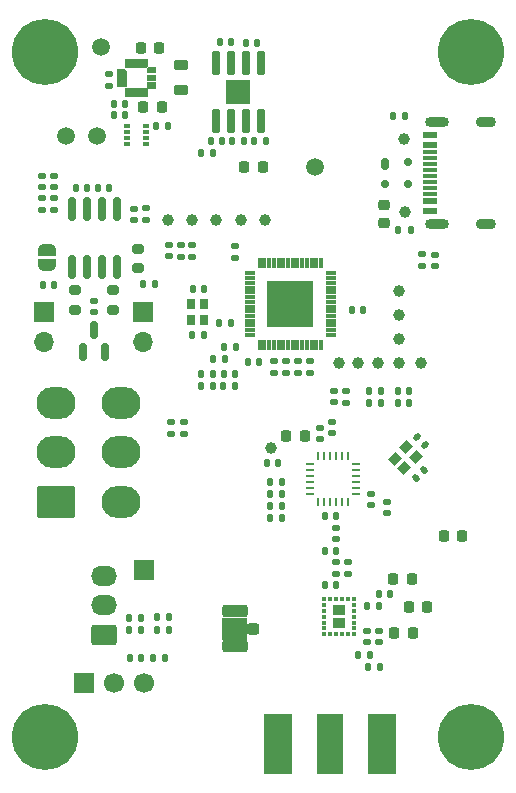
<source format=gbr>
%TF.GenerationSoftware,KiCad,Pcbnew,9.0.1*%
%TF.CreationDate,2025-04-25T18:34:11+03:00*%
%TF.ProjectId,Ricardo-Hermes,52696361-7264-46f2-9d48-65726d65732e,rev?*%
%TF.SameCoordinates,Original*%
%TF.FileFunction,Soldermask,Top*%
%TF.FilePolarity,Negative*%
%FSLAX46Y46*%
G04 Gerber Fmt 4.6, Leading zero omitted, Abs format (unit mm)*
G04 Created by KiCad (PCBNEW 9.0.1) date 2025-04-25 18:34:11*
%MOMM*%
%LPD*%
G01*
G04 APERTURE LIST*
G04 Aperture macros list*
%AMRoundRect*
0 Rectangle with rounded corners*
0 $1 Rounding radius*
0 $2 $3 $4 $5 $6 $7 $8 $9 X,Y pos of 4 corners*
0 Add a 4 corners polygon primitive as box body*
4,1,4,$2,$3,$4,$5,$6,$7,$8,$9,$2,$3,0*
0 Add four circle primitives for the rounded corners*
1,1,$1+$1,$2,$3*
1,1,$1+$1,$4,$5*
1,1,$1+$1,$6,$7*
1,1,$1+$1,$8,$9*
0 Add four rect primitives between the rounded corners*
20,1,$1+$1,$2,$3,$4,$5,0*
20,1,$1+$1,$4,$5,$6,$7,0*
20,1,$1+$1,$6,$7,$8,$9,0*
20,1,$1+$1,$8,$9,$2,$3,0*%
%AMRotRect*
0 Rectangle, with rotation*
0 The origin of the aperture is its center*
0 $1 length*
0 $2 width*
0 $3 Rotation angle, in degrees counterclockwise*
0 Add horizontal line*
21,1,$1,$2,0,0,$3*%
%AMFreePoly0*
4,1,23,0.500000,-0.750000,0.000000,-0.750000,0.000000,-0.745722,-0.065263,-0.745722,-0.191342,-0.711940,-0.304381,-0.646677,-0.396677,-0.554381,-0.461940,-0.441342,-0.495722,-0.315263,-0.495722,-0.250000,-0.500000,-0.250000,-0.500000,0.250000,-0.495722,0.250000,-0.495722,0.315263,-0.461940,0.441342,-0.396677,0.554381,-0.304381,0.646677,-0.191342,0.711940,-0.065263,0.745722,0.000000,0.745722,
0.000000,0.750000,0.500000,0.750000,0.500000,-0.750000,0.500000,-0.750000,$1*%
%AMFreePoly1*
4,1,23,0.000000,0.745722,0.065263,0.745722,0.191342,0.711940,0.304381,0.646677,0.396677,0.554381,0.461940,0.441342,0.495722,0.315263,0.495722,0.250000,0.500000,0.250000,0.500000,-0.250000,0.495722,-0.250000,0.495722,-0.315263,0.461940,-0.441342,0.396677,-0.554381,0.304381,-0.646677,0.191342,-0.711940,0.065263,-0.745722,0.000000,-0.745722,0.000000,-0.750000,-0.500000,-0.750000,
-0.500000,0.750000,0.000000,0.750000,0.000000,0.745722,0.000000,0.745722,$1*%
G04 Aperture macros list end*
%ADD10C,0.010000*%
%ADD11RoundRect,0.135000X0.185000X-0.135000X0.185000X0.135000X-0.185000X0.135000X-0.185000X-0.135000X0*%
%ADD12RoundRect,0.135000X-0.185000X0.135000X-0.185000X-0.135000X0.185000X-0.135000X0.185000X0.135000X0*%
%ADD13C,1.000000*%
%ADD14RoundRect,0.135000X-0.135000X-0.185000X0.135000X-0.185000X0.135000X0.185000X-0.135000X0.185000X0*%
%ADD15RoundRect,0.250001X1.399999X-1.099999X1.399999X1.099999X-1.399999X1.099999X-1.399999X-1.099999X0*%
%ADD16O,3.300000X2.700000*%
%ADD17RoundRect,0.140000X0.140000X0.170000X-0.140000X0.170000X-0.140000X-0.170000X0.140000X-0.170000X0*%
%ADD18RoundRect,0.140000X-0.140000X-0.170000X0.140000X-0.170000X0.140000X0.170000X-0.140000X0.170000X0*%
%ADD19RoundRect,0.147500X0.147500X0.172500X-0.147500X0.172500X-0.147500X-0.172500X0.147500X-0.172500X0*%
%ADD20C,1.500000*%
%ADD21RoundRect,0.218750X-0.218750X-0.256250X0.218750X-0.256250X0.218750X0.256250X-0.218750X0.256250X0*%
%ADD22RoundRect,0.147500X-0.172500X0.147500X-0.172500X-0.147500X0.172500X-0.147500X0.172500X0.147500X0*%
%ADD23RoundRect,0.218750X0.218750X0.256250X-0.218750X0.256250X-0.218750X-0.256250X0.218750X-0.256250X0*%
%ADD24R,1.700000X1.700000*%
%ADD25RoundRect,0.135000X0.135000X0.185000X-0.135000X0.185000X-0.135000X-0.185000X0.135000X-0.185000X0*%
%ADD26RoundRect,0.147500X-0.147500X-0.172500X0.147500X-0.172500X0.147500X0.172500X-0.147500X0.172500X0*%
%ADD27RoundRect,0.218750X-0.256250X0.218750X-0.256250X-0.218750X0.256250X-0.218750X0.256250X0.218750X0*%
%ADD28RoundRect,0.147500X0.172500X-0.147500X0.172500X0.147500X-0.172500X0.147500X-0.172500X-0.147500X0*%
%ADD29RoundRect,0.140000X0.170000X-0.140000X0.170000X0.140000X-0.170000X0.140000X-0.170000X-0.140000X0*%
%ADD30RoundRect,0.175000X-0.175000X-0.325000X0.175000X-0.325000X0.175000X0.325000X-0.175000X0.325000X0*%
%ADD31RoundRect,0.150000X-0.200000X-0.150000X0.200000X-0.150000X0.200000X0.150000X-0.200000X0.150000X0*%
%ADD32RoundRect,0.225000X-0.225000X-0.250000X0.225000X-0.250000X0.225000X0.250000X-0.225000X0.250000X0*%
%ADD33RoundRect,0.200000X0.275000X-0.200000X0.275000X0.200000X-0.275000X0.200000X-0.275000X-0.200000X0*%
%ADD34R,1.160000X0.600000*%
%ADD35R,1.160000X0.300000*%
%ADD36O,2.000000X0.900000*%
%ADD37O,1.700000X0.900000*%
%ADD38R,0.790000X0.260000*%
%ADD39R,0.260000X0.790000*%
%ADD40R,0.475000X0.300000*%
%ADD41RoundRect,0.140000X-0.170000X0.140000X-0.170000X-0.140000X0.170000X-0.140000X0.170000X0.140000X0*%
%ADD42R,0.304800X0.304800*%
%ADD43R,0.990600X0.838200*%
%ADD44RoundRect,0.140000X-0.021213X0.219203X-0.219203X0.021213X0.021213X-0.219203X0.219203X-0.021213X0*%
%ADD45R,2.290000X5.080000*%
%ADD46R,2.420000X5.080000*%
%ADD47FreePoly0,270.000000*%
%ADD48FreePoly1,270.000000*%
%ADD49R,0.800000X0.900000*%
%ADD50RoundRect,0.140000X0.219203X0.021213X0.021213X0.219203X-0.219203X-0.021213X-0.021213X-0.219203X0*%
%ADD51RotRect,0.900000X0.800000X225.000000*%
%ADD52C,1.700000*%
%ADD53C,5.600000*%
%ADD54RoundRect,0.250000X0.850000X0.600000X-0.850000X0.600000X-0.850000X-0.600000X0.850000X-0.600000X0*%
%ADD55O,2.200000X1.700000*%
%ADD56RoundRect,0.042000X-0.258000X0.943000X-0.258000X-0.943000X0.258000X-0.943000X0.258000X0.943000X0*%
%ADD57R,2.150000X2.150000*%
%ADD58RoundRect,0.150000X-0.150000X0.825000X-0.150000X-0.825000X0.150000X-0.825000X0.150000X0.825000X0*%
%ADD59O,1.700000X1.700000*%
%ADD60RoundRect,0.218750X0.381250X-0.218750X0.381250X0.218750X-0.381250X0.218750X-0.381250X-0.218750X0*%
%ADD61RoundRect,0.250000X0.275000X0.250000X-0.275000X0.250000X-0.275000X-0.250000X0.275000X-0.250000X0*%
%ADD62RoundRect,0.250000X0.850000X0.275000X-0.850000X0.275000X-0.850000X-0.275000X0.850000X-0.275000X0*%
%ADD63RoundRect,0.150000X0.150000X-0.587500X0.150000X0.587500X-0.150000X0.587500X-0.150000X-0.587500X0*%
%ADD64RoundRect,0.006600X0.103400X-0.398400X0.103400X0.398400X-0.103400X0.398400X-0.103400X-0.398400X0*%
%ADD65RoundRect,0.022000X0.383000X-0.088000X0.383000X0.088000X-0.383000X0.088000X-0.383000X-0.088000X0*%
%ADD66R,4.000000X4.000000*%
%ADD67RoundRect,0.200000X-0.275000X0.200000X-0.275000X-0.200000X0.275000X-0.200000X0.275000X0.200000X0*%
G04 APERTURE END LIST*
D10*
%TO.C,U4*%
X128525200Y-76963274D02*
X127800200Y-76963274D01*
X127800200Y-76563274D01*
X128525200Y-76563274D01*
X128525200Y-76963274D01*
G36*
X128525200Y-76963274D02*
G01*
X127800200Y-76963274D01*
X127800200Y-76563274D01*
X128525200Y-76563274D01*
X128525200Y-76963274D01*
G37*
X128525200Y-77463274D02*
X127800200Y-77463274D01*
X127800200Y-77063274D01*
X128525200Y-77063274D01*
X128525200Y-77463274D01*
G36*
X128525200Y-77463274D02*
G01*
X127800200Y-77463274D01*
X127800200Y-77063274D01*
X128525200Y-77063274D01*
X128525200Y-77463274D01*
G37*
X128850200Y-75888274D02*
X128450200Y-75888274D01*
X128450200Y-75163274D01*
X128850200Y-75163274D01*
X128850200Y-75888274D01*
G36*
X128850200Y-75888274D02*
G01*
X128450200Y-75888274D01*
X128450200Y-75163274D01*
X128850200Y-75163274D01*
X128850200Y-75888274D01*
G37*
X128850200Y-78363274D02*
X128450200Y-78363274D01*
X128450200Y-77638274D01*
X128850200Y-77638274D01*
X128850200Y-78363274D01*
G36*
X128850200Y-78363274D02*
G01*
X128450200Y-78363274D01*
X128450200Y-77638274D01*
X128850200Y-77638274D01*
X128850200Y-78363274D01*
G37*
X129350200Y-75888274D02*
X128950200Y-75888274D01*
X128950200Y-75163274D01*
X129350200Y-75163274D01*
X129350200Y-75888274D01*
G36*
X129350200Y-75888274D02*
G01*
X128950200Y-75888274D01*
X128950200Y-75163274D01*
X129350200Y-75163274D01*
X129350200Y-75888274D01*
G37*
X129350200Y-78363274D02*
X128950200Y-78363274D01*
X128950200Y-77638274D01*
X129350200Y-77638274D01*
X129350200Y-78363274D01*
G36*
X129350200Y-78363274D02*
G01*
X128950200Y-78363274D01*
X128950200Y-77638274D01*
X129350200Y-77638274D01*
X129350200Y-78363274D01*
G37*
X131000200Y-76988274D02*
X130275200Y-76988274D01*
X130275200Y-76538274D01*
X131000200Y-76538274D01*
X131000200Y-76988274D01*
G36*
X131000200Y-76988274D02*
G01*
X130275200Y-76988274D01*
X130275200Y-76538274D01*
X131000200Y-76538274D01*
X131000200Y-76988274D01*
G37*
X128525200Y-76198274D02*
X128525200Y-76463274D01*
X127800200Y-76463274D01*
X127800200Y-76063274D01*
X128390200Y-76063274D01*
X128525200Y-76198274D01*
G36*
X128525200Y-76198274D02*
G01*
X128525200Y-76463274D01*
X127800200Y-76463274D01*
X127800200Y-76063274D01*
X128390200Y-76063274D01*
X128525200Y-76198274D01*
G37*
X130350200Y-75830274D02*
X130249200Y-75888274D01*
X129450200Y-75888274D01*
X129450200Y-75163274D01*
X130350200Y-75163274D01*
X130350200Y-75830274D01*
G36*
X130350200Y-75830274D02*
G01*
X130249200Y-75888274D01*
X129450200Y-75888274D01*
X129450200Y-75163274D01*
X130350200Y-75163274D01*
X130350200Y-75830274D01*
G37*
X130350200Y-77696274D02*
X130350200Y-78363274D01*
X129450200Y-78363274D01*
X129450200Y-77638274D01*
X130249200Y-77638274D01*
X130350200Y-77696274D01*
G36*
X130350200Y-77696274D02*
G01*
X130350200Y-78363274D01*
X129450200Y-78363274D01*
X129450200Y-77638274D01*
X130249200Y-77638274D01*
X130350200Y-77696274D01*
G37*
X131000200Y-76338274D02*
X130275200Y-76338274D01*
X130275200Y-75946274D01*
X130376200Y-75888274D01*
X131000200Y-75888274D01*
X131000200Y-76338274D01*
G36*
X131000200Y-76338274D02*
G01*
X130275200Y-76338274D01*
X130275200Y-75946274D01*
X130376200Y-75888274D01*
X131000200Y-75888274D01*
X131000200Y-76338274D01*
G37*
X131000200Y-77638274D02*
X130376200Y-77638274D01*
X130275200Y-77580274D01*
X130275200Y-77188274D01*
X131000200Y-77188274D01*
X131000200Y-77638274D01*
G36*
X131000200Y-77638274D02*
G01*
X130376200Y-77638274D01*
X130275200Y-77580274D01*
X130275200Y-77188274D01*
X131000200Y-77188274D01*
X131000200Y-77638274D01*
G37*
%TO.C,ANT_UFL1*%
G36*
X138781000Y-124372200D02*
G01*
X136691000Y-124372200D01*
X136691000Y-122492200D01*
X138781000Y-122492200D01*
X138781000Y-124372200D01*
G37*
%TD*%
D11*
%TO.C,R29*%
X143075200Y-101820800D03*
X143075200Y-100800800D03*
%TD*%
D12*
%TO.C,R38*%
X147164600Y-103285293D03*
X147164600Y-104305293D03*
%TD*%
D13*
%TO.C,RF_RST1*%
X151635000Y-100953200D03*
%TD*%
D14*
%TO.C,R17*%
X139376777Y-82159186D03*
X140396777Y-82159186D03*
%TD*%
%TO.C,R31*%
X140732400Y-114038800D03*
X141752400Y-114038800D03*
%TD*%
D15*
%TO.C,J1*%
X122568000Y-112697000D03*
D16*
X122568000Y-108497000D03*
X122568000Y-104297000D03*
X128068000Y-112697000D03*
X128068000Y-108497000D03*
X128068000Y-104297000D03*
%TD*%
D17*
%TO.C,C80*%
X146323800Y-119774600D03*
X145363800Y-119774600D03*
%TD*%
D18*
%TO.C,C6*%
X138864000Y-100877000D03*
X139824000Y-100877000D03*
%TD*%
D12*
%TO.C,R4*%
X122475800Y-86979200D03*
X122475800Y-87999200D03*
%TD*%
D19*
%TO.C,TXD_RF*%
X152499000Y-103290000D03*
X151529000Y-103290000D03*
%TD*%
D20*
%TO.C,BBIN_TP1*%
X126082600Y-81750800D03*
%TD*%
D11*
%TO.C,R30*%
X144091200Y-101820800D03*
X144091200Y-100800800D03*
%TD*%
D13*
%TO.C,D-_TP1*%
X152143000Y-88177000D03*
%TD*%
D21*
%TO.C,L4*%
X142118300Y-107130000D03*
X143693300Y-107130000D03*
%TD*%
D22*
%TO.C,L8*%
X146326400Y-117816400D03*
X146326400Y-118786400D03*
%TD*%
D23*
%TO.C,FB_R2*%
X154048000Y-121578000D03*
X152473000Y-121578000D03*
%TD*%
D24*
%TO.C,3v3*%
X130095800Y-118504600D03*
%TD*%
D25*
%TO.C,R20*%
X131801600Y-125896000D03*
X130781600Y-125896000D03*
%TD*%
D17*
%TO.C,C5*%
X135881800Y-101893000D03*
X134921800Y-101893000D03*
%TD*%
D18*
%TO.C,C13*%
X134169000Y-94660000D03*
X135129000Y-94660000D03*
%TD*%
D26*
%TO.C,RXLED*%
X131162600Y-122467000D03*
X132132600Y-122467000D03*
%TD*%
D27*
%TO.C,F1*%
X150395000Y-87550000D03*
X150395000Y-89125000D03*
%TD*%
D22*
%TO.C,CRXLED1*%
X121459800Y-85073800D03*
X121459800Y-86043800D03*
%TD*%
D28*
%TO.C,USBLED1*%
X154725000Y-92725000D03*
X154725000Y-91755000D03*
%TD*%
D29*
%TO.C,C79*%
X147342400Y-118781400D03*
X147342400Y-117821400D03*
%TD*%
D22*
%TO.C,L7*%
X146331600Y-114893000D03*
X146331600Y-115863000D03*
%TD*%
D30*
%TO.C,D2*%
X150450400Y-84111000D03*
D31*
X150450400Y-85811000D03*
X152450400Y-85811000D03*
X152450400Y-83911000D03*
%TD*%
D32*
%TO.C,C74*%
X151261599Y-123841201D03*
X152811599Y-123841201D03*
%TD*%
D12*
%TO.C,R5*%
X130197400Y-87842800D03*
X130197400Y-88862800D03*
%TD*%
D22*
%TO.C,3V3LED1*%
X122475800Y-85075800D03*
X122475800Y-86045800D03*
%TD*%
D13*
%TO.C,CRX1*%
X140313200Y-88862800D03*
%TD*%
D19*
%TO.C,L2*%
X137390400Y-97549600D03*
X136420400Y-97549600D03*
%TD*%
D33*
%TO.C,R9*%
X127454200Y-96432000D03*
X127454200Y-94782000D03*
%TD*%
D23*
%TO.C,FB_R3*%
X157020000Y-115609000D03*
X155445000Y-115609000D03*
%TD*%
D13*
%TO.C,CSD1*%
X138230400Y-88862800D03*
%TD*%
D12*
%TO.C,R1*%
X133169200Y-90914200D03*
X133169200Y-91934200D03*
%TD*%
D34*
%TO.C,J2*%
X154244400Y-88049600D03*
X154244400Y-87249600D03*
D35*
X154244400Y-86099600D03*
X154244400Y-85099600D03*
X154244400Y-84599600D03*
X154244400Y-83599600D03*
D34*
X154244400Y-82449600D03*
X154244400Y-81649600D03*
X154244400Y-81649600D03*
X154244400Y-82449600D03*
D35*
X154244400Y-83099600D03*
X154244400Y-84099600D03*
X154244400Y-85599600D03*
X154244400Y-86599600D03*
D34*
X154244400Y-87249600D03*
X154244400Y-88049600D03*
D36*
X154824400Y-89169600D03*
D37*
X158994400Y-89169600D03*
D36*
X154824400Y-80529600D03*
D37*
X158994400Y-80529600D03*
%TD*%
D38*
%TO.C,IC2*%
X148040600Y-112027200D03*
X148040600Y-111527200D03*
X148040600Y-111027200D03*
X148040600Y-110527200D03*
X148040600Y-110027200D03*
X148040600Y-109527200D03*
D39*
X147320600Y-108807200D03*
X146820600Y-108807200D03*
X146320600Y-108807200D03*
X145820600Y-108807200D03*
X145320600Y-108807200D03*
X144820600Y-108807200D03*
D38*
X144100600Y-109527200D03*
X144100600Y-110027200D03*
X144100600Y-110527200D03*
X144100600Y-111027200D03*
X144100600Y-111527200D03*
X144100600Y-112027200D03*
D39*
X144820600Y-112747200D03*
X145320600Y-112747200D03*
X145820600Y-112747200D03*
X146320600Y-112747200D03*
X146820600Y-112747200D03*
X147320600Y-112747200D03*
%TD*%
D17*
%TO.C,C14*%
X135109000Y-98560000D03*
X134149000Y-98560000D03*
%TD*%
D13*
%TO.C,CANRX1*%
X134109000Y-88862800D03*
%TD*%
D17*
%TO.C,C25*%
X137450377Y-73777186D03*
X136490377Y-73777186D03*
%TD*%
D11*
%TO.C,R18*%
X121459800Y-88003200D03*
X121459800Y-86983200D03*
%TD*%
D40*
%TO.C,U3*%
X128584200Y-80916200D03*
X128584200Y-81416200D03*
X128584200Y-81916200D03*
X128584200Y-82416200D03*
X130260200Y-82416200D03*
X130260200Y-81916200D03*
X130260200Y-81416200D03*
X130260200Y-80916200D03*
%TD*%
D13*
%TO.C,DIO3*%
X146580400Y-100978600D03*
%TD*%
D12*
%TO.C,R3*%
X134159800Y-90916200D03*
X134159800Y-91936200D03*
%TD*%
D17*
%TO.C,C9*%
X137807433Y-99575099D03*
X136847433Y-99575099D03*
%TD*%
D41*
%TO.C,C70*%
X148961599Y-123641201D03*
X148961599Y-124601201D03*
%TD*%
D13*
%TO.C,VAA_TP1*%
X140840000Y-108116000D03*
%TD*%
D18*
%TO.C,C27*%
X134896400Y-83198600D03*
X135856400Y-83198600D03*
%TD*%
D11*
%TO.C,R13*%
X153625000Y-92750000D03*
X153625000Y-91730000D03*
%TD*%
D14*
%TO.C,R2*%
X128796400Y-123508400D03*
X129816400Y-123508400D03*
%TD*%
D13*
%TO.C,CTX1*%
X151635000Y-98921200D03*
%TD*%
D42*
%TO.C,U12*%
X145316999Y-120916200D03*
X145322399Y-121416199D03*
X145322399Y-121916201D03*
X145322399Y-122416200D03*
X145322399Y-122916199D03*
X145322399Y-123416201D03*
X145316999Y-123916200D03*
X145816998Y-123914800D03*
X146316999Y-123914800D03*
X146816999Y-123914800D03*
X147317000Y-123914800D03*
X147816999Y-123916200D03*
X147811599Y-123416201D03*
X147811599Y-122916199D03*
X147811599Y-122416200D03*
X147811599Y-121916201D03*
X147811599Y-121416199D03*
X147816999Y-120916200D03*
X147317000Y-120917600D03*
X146816999Y-120917600D03*
X146316999Y-120917600D03*
X145816998Y-120917600D03*
D43*
X146566999Y-121841200D03*
X146566999Y-122991200D03*
%TD*%
D25*
%TO.C,R12*%
X152145000Y-80049000D03*
X151125000Y-80049000D03*
%TD*%
D32*
%TO.C,C23*%
X129805200Y-74231200D03*
X131355200Y-74231200D03*
%TD*%
D41*
%TO.C,C53*%
X149270600Y-112027200D03*
X149270600Y-112987200D03*
%TD*%
D17*
%TO.C,C78*%
X146326400Y-116828200D03*
X145366400Y-116828200D03*
%TD*%
D18*
%TO.C,C66*%
X148961599Y-121541201D03*
X149921599Y-121541201D03*
%TD*%
D11*
%TO.C,R25*%
X141068600Y-101820800D03*
X141068600Y-100800800D03*
%TD*%
%TO.C,R6*%
X133423200Y-106977000D03*
X133423200Y-105957000D03*
%TD*%
D29*
%TO.C,C57*%
X144950800Y-107384000D03*
X144950800Y-106424000D03*
%TD*%
D22*
%TO.C,DIO3_D1*%
X146174000Y-103310293D03*
X146174000Y-104280293D03*
%TD*%
D25*
%TO.C,R14*%
X132082200Y-80886200D03*
X131062200Y-80886200D03*
%TD*%
D18*
%TO.C,C68*%
X149961599Y-120541201D03*
X150921599Y-120541201D03*
%TD*%
D17*
%TO.C,C15*%
X125219000Y-86094200D03*
X124259000Y-86094200D03*
%TD*%
D44*
%TO.C,C50*%
X153744913Y-110009453D03*
X153066091Y-110688275D03*
%TD*%
D17*
%TO.C,C20*%
X128470200Y-79946200D03*
X127510200Y-79946200D03*
%TD*%
D45*
%TO.C,ANT_SMA1*%
X145814400Y-133208400D03*
D46*
X141434400Y-133208400D03*
X150194400Y-133208400D03*
%TD*%
D14*
%TO.C,R34*%
X140730400Y-111041600D03*
X141750400Y-111041600D03*
%TD*%
D29*
%TO.C,C10*%
X137766600Y-92012400D03*
X137766600Y-91052400D03*
%TD*%
D47*
%TO.C,JP1*%
X121815400Y-91372800D03*
D48*
X121815400Y-92672800D03*
%TD*%
D41*
%TO.C,C52*%
X150589600Y-112723200D03*
X150589600Y-113683200D03*
%TD*%
D11*
%TO.C,R26*%
X142084600Y-101820800D03*
X142084600Y-100800800D03*
%TD*%
D49*
%TO.C,Y1*%
X135149000Y-97310000D03*
X135149000Y-95910000D03*
X134049000Y-95910000D03*
X134049000Y-97310000D03*
%TD*%
D14*
%TO.C,R16*%
X137516777Y-82159186D03*
X138536777Y-82159186D03*
%TD*%
%TO.C,R36*%
X149095000Y-103290000D03*
X150115000Y-103290000D03*
%TD*%
D18*
%TO.C,C11*%
X147649800Y-96432000D03*
X148609800Y-96432000D03*
%TD*%
D12*
%TO.C,R15*%
X127130200Y-76436200D03*
X127130200Y-77456200D03*
%TD*%
D13*
%TO.C,CPS1*%
X151635000Y-94806400D03*
%TD*%
D18*
%TO.C,C61*%
X149061599Y-126641201D03*
X150021599Y-126641201D03*
%TD*%
D20*
%TO.C,3V3_TP1*%
X144523000Y-84367000D03*
%TD*%
D14*
%TO.C,R19*%
X131137200Y-123559200D03*
X132157200Y-123559200D03*
%TD*%
D50*
%TO.C,C51*%
X153844913Y-107917097D03*
X153166091Y-107238275D03*
%TD*%
D26*
%TO.C,TXD_ESP_LED*%
X128846400Y-125896000D03*
X129816400Y-125896000D03*
%TD*%
D51*
%TO.C,Y3*%
X152266091Y-108088275D03*
X151276142Y-109078224D03*
X152053959Y-109856041D03*
X153043908Y-108866092D03*
%TD*%
D21*
%TO.C,FB_P1*%
X138554000Y-84367000D03*
X140129000Y-84367000D03*
%TD*%
D24*
%TO.C,UART_ESP1*%
X125015800Y-128029600D03*
D52*
X127555800Y-128029600D03*
X130095800Y-128029600D03*
%TD*%
D19*
%TO.C,RXD_RF*%
X152499000Y-104306000D03*
X151529000Y-104306000D03*
%TD*%
D53*
%TO.C,H3*%
X121705000Y-132590000D03*
%TD*%
D18*
%TO.C,C24*%
X138699000Y-73813000D03*
X139659000Y-73813000D03*
%TD*%
D20*
%TO.C,RBUS_VCC_TP1*%
X123491800Y-81750800D03*
%TD*%
%TO.C,BBOUT_TP1*%
X126387400Y-74156200D03*
%TD*%
D14*
%TO.C,R37*%
X149095000Y-104306000D03*
X150115000Y-104306000D03*
%TD*%
D54*
%TO.C,UART1*%
X126633200Y-123951000D03*
D55*
X126633200Y-121451000D03*
X126633200Y-118951000D03*
%TD*%
D17*
%TO.C,C7*%
X136872400Y-100597600D03*
X135912400Y-100597600D03*
%TD*%
D56*
%TO.C,U5*%
X139954000Y-75508000D03*
X138684000Y-75508000D03*
X137414000Y-75508000D03*
X136144000Y-75508000D03*
X136144000Y-80448000D03*
X137414000Y-80448000D03*
X138684000Y-80448000D03*
X139954000Y-80448000D03*
D57*
X138049000Y-77978000D03*
%TD*%
D29*
%TO.C,C2*%
X132178600Y-91901600D03*
X132178600Y-90941600D03*
%TD*%
D14*
%TO.C,R11*%
X151600800Y-89687000D03*
X152620800Y-89687000D03*
%TD*%
D13*
%TO.C,CHL1*%
X151635000Y-96838400D03*
%TD*%
D17*
%TO.C,C77*%
X146326400Y-113932600D03*
X145366400Y-113932600D03*
%TD*%
D41*
%TO.C,C73*%
X149961599Y-123641201D03*
X149961599Y-124601201D03*
%TD*%
D18*
%TO.C,C26*%
X135699492Y-82149186D03*
X136659492Y-82149186D03*
%TD*%
D14*
%TO.C,R32*%
X140739382Y-113031132D03*
X141759382Y-113031132D03*
%TD*%
D53*
%TO.C,H1*%
X121705000Y-74589600D03*
%TD*%
D14*
%TO.C,R33*%
X140730400Y-112032200D03*
X141750400Y-112032200D03*
%TD*%
D17*
%TO.C,C4*%
X135856400Y-102909000D03*
X134896400Y-102909000D03*
%TD*%
D58*
%TO.C,U2*%
X127733600Y-87861000D03*
X126463600Y-87861000D03*
X125193600Y-87861000D03*
X123923600Y-87861000D03*
X123923600Y-92811000D03*
X125193600Y-92811000D03*
X126463600Y-92811000D03*
X127733600Y-92811000D03*
%TD*%
D29*
%TO.C,C54*%
X145966800Y-106876000D03*
X145966800Y-105916000D03*
%TD*%
D53*
%TO.C,H4*%
X157705400Y-132590000D03*
%TD*%
D41*
%TO.C,C17*%
X125828600Y-95675200D03*
X125828600Y-96635200D03*
%TD*%
D32*
%TO.C,C21*%
X129993056Y-79301823D03*
X131543056Y-79301823D03*
%TD*%
D26*
%TO.C,L1*%
X136822000Y-101893000D03*
X137792000Y-101893000D03*
%TD*%
D17*
%TO.C,C22*%
X128470200Y-79026200D03*
X127510200Y-79026200D03*
%TD*%
D32*
%TO.C,C71*%
X151161599Y-119241201D03*
X152711599Y-119241201D03*
%TD*%
D13*
%TO.C,DIO1*%
X153540000Y-100953907D03*
%TD*%
D18*
%TO.C,C8*%
X129994200Y-94247600D03*
X130954200Y-94247600D03*
%TD*%
%TO.C,C16*%
X126133400Y-86094200D03*
X127093400Y-86094200D03*
%TD*%
D22*
%TO.C,CTXLED1*%
X129181400Y-87869800D03*
X129181400Y-88839800D03*
%TD*%
D24*
%TO.C,ENJUMPER1*%
X121612200Y-96635200D03*
D59*
X121612200Y-99175200D03*
%TD*%
D60*
%TO.C,L3*%
X133148161Y-77821134D03*
X133148161Y-75696134D03*
%TD*%
D13*
%TO.C,BUSY1*%
X149831600Y-100953200D03*
%TD*%
D18*
%TO.C,C65*%
X148201599Y-125641201D03*
X149161599Y-125641201D03*
%TD*%
D33*
%TO.C,R8*%
X129587800Y-92926800D03*
X129587800Y-91276800D03*
%TD*%
D24*
%TO.C,BOOTJUMPER1*%
X129994200Y-96584400D03*
D59*
X129994200Y-99124400D03*
%TD*%
D17*
%TO.C,C3*%
X122425000Y-94298400D03*
X121465000Y-94298400D03*
%TD*%
D61*
%TO.C,ANT_UFL1*%
X139316000Y-123432200D03*
D62*
X137791000Y-124907200D03*
X137791000Y-121957200D03*
%TD*%
D13*
%TO.C,ANT_S1*%
X136191800Y-88862800D03*
%TD*%
%TO.C,D+_TP1*%
X152060000Y-81954000D03*
%TD*%
%TO.C,DIO2*%
X148155200Y-100978600D03*
%TD*%
D63*
%TO.C,D1*%
X124878600Y-100011100D03*
X126778600Y-100011100D03*
X125828600Y-98136100D03*
%TD*%
D17*
%TO.C,C58*%
X141420200Y-109441400D03*
X140460200Y-109441400D03*
%TD*%
D11*
%TO.C,R7*%
X132305600Y-106977000D03*
X132305600Y-105957000D03*
%TD*%
D13*
%TO.C,CANTX1*%
X132077000Y-88862800D03*
%TD*%
D64*
%TO.C,U1*%
X139850000Y-99405000D03*
X140250000Y-99405000D03*
X140650000Y-99405000D03*
X141050000Y-99405000D03*
X141450000Y-99405000D03*
X141850000Y-99405000D03*
X142250000Y-99405000D03*
X142650000Y-99405000D03*
X143050000Y-99405000D03*
X143450000Y-99405000D03*
X143850000Y-99405000D03*
X144250000Y-99405000D03*
X144650000Y-99405000D03*
X145050000Y-99405000D03*
D65*
X145895000Y-98560000D03*
X145895000Y-98160000D03*
X145895000Y-97760000D03*
X145895000Y-97360000D03*
X145895000Y-96960000D03*
X145895000Y-96560000D03*
X145895000Y-96160000D03*
X145895000Y-95760000D03*
X145895000Y-95360000D03*
X145895000Y-94960000D03*
X145895000Y-94560000D03*
X145895000Y-94160000D03*
X145895000Y-93760000D03*
X145895000Y-93360000D03*
D64*
X145050000Y-92515000D03*
X144650000Y-92515000D03*
X144250000Y-92515000D03*
X143850000Y-92515000D03*
X143450000Y-92515000D03*
X143050000Y-92515000D03*
X142650000Y-92515000D03*
X142250000Y-92515000D03*
X141850000Y-92515000D03*
X141450000Y-92515000D03*
X141050000Y-92515000D03*
X140650000Y-92515000D03*
X140250000Y-92515000D03*
X139850000Y-92515000D03*
D65*
X139005000Y-93360000D03*
X139005000Y-93760000D03*
X139005000Y-94160000D03*
X139005000Y-94560000D03*
X139005000Y-94960000D03*
X139005000Y-95360000D03*
X139005000Y-95760000D03*
X139005000Y-96160000D03*
X139005000Y-96560000D03*
X139005000Y-96960000D03*
X139005000Y-97360000D03*
X139005000Y-97760000D03*
X139005000Y-98160000D03*
X139005000Y-98560000D03*
D66*
X142450000Y-95960000D03*
%TD*%
D18*
%TO.C,C1*%
X136778600Y-102909000D03*
X137738600Y-102909000D03*
%TD*%
D53*
%TO.C,H2*%
X157705400Y-74589600D03*
%TD*%
D67*
%TO.C,R10*%
X124253800Y-94782000D03*
X124253800Y-96432000D03*
%TD*%
D26*
%TO.C,TXLED*%
X128821400Y-122492400D03*
X129791400Y-122492400D03*
%TD*%
M02*

</source>
